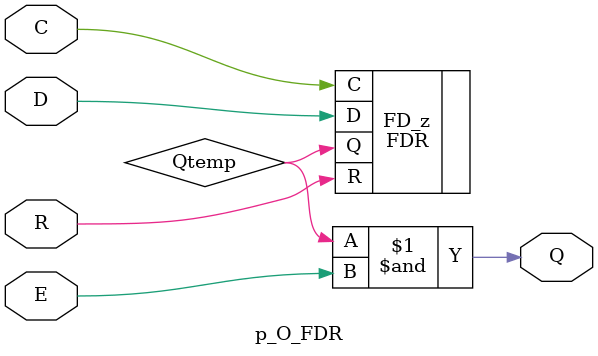
<source format=v>
module p_O_FDR (Q,D,C,R,E);
parameter INIT=1'b0;
output Q;
input  D;
input  C;
input  E;
input R;
wire   Qtemp;
defparam FD_z.INIT=INIT;
// Xilinx FD instance
FDR FD_z (.Q(Qtemp),.D(D),.C(C),.R(R));
// Error injection
and (Q,Qtemp,E);
endmodule
</source>
